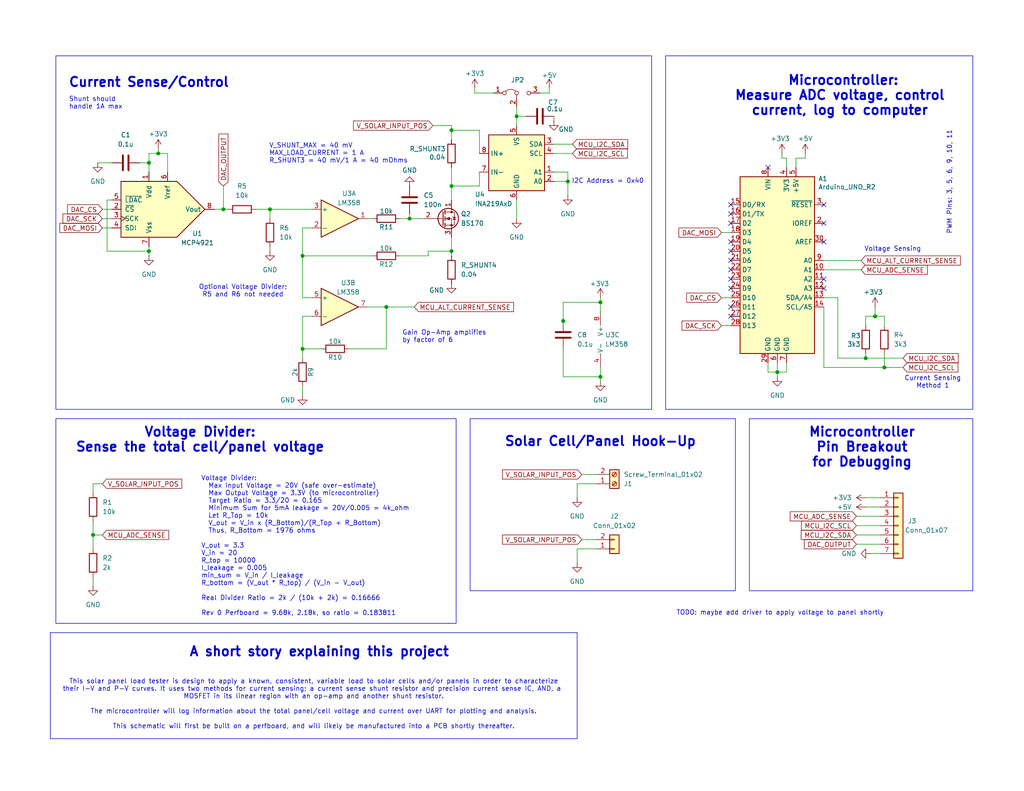
<source format=kicad_sch>
(kicad_sch (version 20231120) (generator "eeschema") (generator_version "8.0")
  (paper "USLetter")
  (lib_symbols
    (symbol "Amplifier_Operational:LM358" (pin_names (offset 0.127))
      (property "Reference" "U" (at 0 5.08 0))
      (property "Value" "LM358" (at 0 -5.08 0))
      (symbol "LM358_1_1"
        (polyline (pts (xy -5.08 5.08) (xy 5.08 0) (xy -5.08 -5.08) (xy -5.08 5.08)) (stroke (width 0.254)) (fill (type background)))
        (pin output line (at 7.62 0 180) (length 2.54) (name "~") (number "1"))
        (pin input line (at -7.62 -2.54 0) (length 2.54) (name "-") (number "2"))
        (pin input line (at -7.62 2.54 0) (length 2.54) (name "+") (number "3"))
      )
      (symbol "LM358_2_1"
        (polyline (pts (xy -5.08 5.08) (xy 5.08 0) (xy -5.08 -5.08) (xy -5.08 5.08)) (stroke (width 0.254)) (fill (type background)))
        (pin input line (at -7.62 2.54 0) (length 2.54) (name "+") (number "5"))
        (pin input line (at -7.62 -2.54 0) (length 2.54) (name "-") (number "6"))
        (pin output line (at 7.62 0 180) (length 2.54) (name "~") (number "7"))
      )
      (symbol "LM358_3_1"
        (pin power_in line (at -2.54 -7.62 90) (length 3.81) (name "V-") (number "4"))
        (pin power_in line (at -2.54 7.62 270) (length 3.81) (name "V+") (number "8"))
      )
    )
    (symbol "Analog_DAC:MCP4921" (pin_names (offset 1.016))
      (property "Reference" "U" (at 6.35 10.795 0))
      (property "Value" "MCP4921" (at 6.35 8.89 0))
      (symbol "MCP4921_0_0"
        (polyline (pts (xy 15.24 0) (xy 7.62 7.62) (xy -7.62 7.62) (xy -7.62 -7.62) (xy 7.62 -7.62) (xy 15.24 0)) (stroke (width 0.254)) (fill (type background)))
      )
      (symbol "MCP4921_1_1"
        (pin power_in line (at 0 10.16 270) (length 2.54) (name "Vdd") (number "1"))
        (pin input line (at -10.16 0 0) (length 2.54) (name "~{CS}") (number "2"))
        (pin input clock (at -10.16 -2.54 0) (length 2.54) (name "SCK") (number "3"))
        (pin input line (at -10.16 -5.08 0) (length 2.54) (name "SDI") (number "4"))
        (pin input line (at -10.16 2.54 0) (length 2.54) (name "~{LDAC}") (number "5"))
        (pin power_in line (at 5.08 10.16 270) (length 2.54) (name "Vref") (number "6"))
        (pin power_in line (at 0 -10.16 90) (length 2.54) (name "Vss") (number "7"))
        (pin output line (at 17.78 0 180) (length 2.54) (name "Vout") (number "8"))
      )
    )
    (symbol "Connector:Screw_Terminal_01x02" (pin_names (offset 1.016) hide)
      (property "Reference" "J" (at 0 2.54 0))
      (property "Value" "Screw_Terminal_01x02" (at 0 -5.08 0))
      (symbol "Screw_Terminal_01x02_1_1"
        (rectangle (start -1.27 1.27) (end 1.27 -3.81) (stroke (width 0.254)) (fill (type background)))
        (circle (center 0 -2.54) (radius 0.635) (stroke (width 0.1524)))
        (polyline (pts (xy -0.5334 -2.2098) (xy 0.3302 -3.048)) (stroke (width 0.1524)))
        (polyline (pts (xy -0.5334 0.3302) (xy 0.3302 -0.508)) (stroke (width 0.1524)))
        (polyline (pts (xy -0.3556 -2.032) (xy 0.508 -2.8702)) (stroke (width 0.1524)))
        (polyline (pts (xy -0.3556 0.508) (xy 0.508 -0.3302)) (stroke (width 0.1524)))
        (circle (center 0 0) (radius 0.635) (stroke (width 0.1524)))
        (pin passive line (at -5.08 0 0) (length 3.81) (name "Pin_1") (number "1"))
        (pin passive line (at -5.08 -2.54 0) (length 3.81) (name "Pin_2") (number "2"))
      )
    )
    (symbol "Connector_Generic:Conn_01x02" (pin_names (offset 1.016) hide)
      (property "Reference" "J" (at 0 2.54 0))
      (property "Value" "Conn_01x02" (at 0 -5.08 0))
      (symbol "Conn_01x02_1_1"
        (rectangle (start -1.27 -2.413) (end 0 -2.667) (stroke (width 0.1524)))
        (rectangle (start -1.27 0.127) (end 0 -0.127) (stroke (width 0.1524)))
        (rectangle (start -1.27 1.27) (end 1.27 -3.81) (stroke (width 0.254)) (fill (type background)))
        (pin passive line (at -5.08 0 0) (length 3.81) (name "Pin_1") (number "1"))
        (pin passive line (at -5.08 -2.54 0) (length 3.81) (name "Pin_2") (number "2"))
      )
    )
    (symbol "Connector_Generic:Conn_01x07" (pin_names (offset 1.016) hide)
      (property "Reference" "J" (at 0 10.16 0))
      (property "Value" "Conn_01x07" (at 0 -10.16 0))
      (symbol "Conn_01x07_1_1"
        (rectangle (start -1.27 -7.493) (end 0 -7.747) (stroke (width 0.1524)))
        (rectangle (start -1.27 -4.953) (end 0 -5.207) (stroke (width 0.1524)))
        (rectangle (start -1.27 -2.413) (end 0 -2.667) (stroke (width 0.1524)))
        (rectangle (start -1.27 0.127) (end 0 -0.127) (stroke (width 0.1524)))
        (rectangle (start -1.27 2.667) (end 0 2.413) (stroke (width 0.1524)))
        (rectangle (start -1.27 5.207) (end 0 4.953) (stroke (width 0.1524)))
        (rectangle (start -1.27 7.747) (end 0 7.493) (stroke (width 0.1524)))
        (rectangle (start -1.27 8.89) (end 1.27 -8.89) (stroke (width 0.254)) (fill (type background)))
        (pin passive line (at -5.08 7.62 0) (length 3.81) (name "Pin_1") (number "1"))
        (pin passive line (at -5.08 5.08 0) (length 3.81) (name "Pin_2") (number "2"))
        (pin passive line (at -5.08 2.54 0) (length 3.81) (name "Pin_3") (number "3"))
        (pin passive line (at -5.08 0 0) (length 3.81) (name "Pin_4") (number "4"))
        (pin passive line (at -5.08 -2.54 0) (length 3.81) (name "Pin_5") (number "5"))
        (pin passive line (at -5.08 -5.08 0) (length 3.81) (name "Pin_6") (number "6"))
        (pin passive line (at -5.08 -7.62 0) (length 3.81) (name "Pin_7") (number "7"))
      )
    )
    (symbol "Device:C" (pin_numbers hide) (pin_names (offset 0.254))
      (property "Reference" "C" (at 0.635 2.54 0))
      (property "Value" "C" (at 0.635 -2.54 0))
      (symbol "C_0_1"
        (polyline (pts (xy -2.032 -0.762) (xy 2.032 -0.762)) (stroke (width 0.508)))
        (polyline (pts (xy -2.032 0.762) (xy 2.032 0.762)) (stroke (width 0.508)))
      )
      (symbol "C_1_1"
        (pin passive line (at 0 3.81 270) (length 2.794) (name "~") (number "1"))
        (pin passive line (at 0 -3.81 90) (length 2.794) (name "~") (number "2"))
      )
    )
    (symbol "Device:R" (pin_numbers hide) (pin_names (offset 0))
      (property "Reference" "R" (at 2.032 0 90))
      (property "Value" "R" (at 0 0 90))
      (symbol "R_0_1"
        (rectangle (start -1.016 -2.54) (end 1.016 2.54) (stroke (width 0.254)))
      )
      (symbol "R_1_1"
        (pin passive line (at 0 3.81 270) (length 1.27) (name "~") (number "1"))
        (pin passive line (at 0 -3.81 90) (length 1.27) (name "~") (number "2"))
      )
    )
    (symbol "Jumper:Jumper_3_Bridged12" (pin_names (offset 0) hide)
      (property "Reference" "JP" (at -2.54 -2.54 0))
      (property "Value" "Jumper_3_Bridged12" (at 0 2.794 0))
      (symbol "Jumper_3_Bridged12_0_0"
        (circle (center -3.302 0) (radius 0.508))
        (circle (center 0 0) (radius 0.508))
        (circle (center 3.302 0) (radius 0.508))
      )
      (symbol "Jumper_3_Bridged12_0_1"
        (arc (start -0.254 0.508) (mid -1.651 0.9912) (end -3.048 0.508))
        (polyline (pts (xy 0 -1.27) (xy 0 -0.508)))
      )
      (symbol "Jumper_3_Bridged12_1_1"
        (pin passive line (at -6.35 0 0) (length 2.54) (name "A") (number "1"))
        (pin passive line (at 0 -3.81 90) (length 2.54) (name "C") (number "2"))
        (pin passive line (at 6.35 0 180) (length 2.54) (name "B") (number "3"))
      )
    )
    (symbol "MCU_Module:Arduino_UNO_R2"
      (property "Reference" "A" (at -10.16 23.495 0))
      (property "Value" "Arduino_UNO_R2" (at 5.08 -26.67 0))
      (symbol "Arduino_UNO_R2_0_1"
        (rectangle (start -10.16 22.86) (end 10.16 -25.4) (stroke (width 0.254)) (fill (type background)))
      )
      (symbol "Arduino_UNO_R2_1_1"
        (pin no_connect line (at -10.16 -20.32 0) (length 2.54) hide (name "NC") (number "1"))
        (pin bidirectional line (at 12.7 -2.54 180) (length 2.54) (name "A1") (number "10"))
        (pin bidirectional line (at 12.7 -5.08 180) (length 2.54) (name "A2") (number "11"))
        (pin bidirectional line (at 12.7 -7.62 180) (length 2.54) (name "A3") (number "12"))
        (pin bidirectional line (at 12.7 -10.16 180) (length 2.54) (name "SDA/A4") (number "13"))
        (pin bidirectional line (at 12.7 -12.7 180) (length 2.54) (name "SCL/A5") (number "14"))
        (pin bidirectional line (at -12.7 15.24 0) (length 2.54) (name "D0/RX") (number "15"))
        (pin bidirectional line (at -12.7 12.7 0) (length 2.54) (name "D1/TX") (number "16"))
        (pin bidirectional line (at -12.7 10.16 0) (length 2.54) (name "D2") (number "17"))
        (pin bidirectional line (at -12.7 7.62 0) (length 2.54) (name "D3") (number "18"))
        (pin bidirectional line (at -12.7 5.08 0) (length 2.54) (name "D4") (number "19"))
        (pin output line (at 12.7 10.16 180) (length 2.54) (name "IOREF") (number "2"))
        (pin bidirectional line (at -12.7 2.54 0) (length 2.54) (name "D5") (number "20"))
        (pin bidirectional line (at -12.7 0 0) (length 2.54) (name "D6") (number "21"))
        (pin bidirectional line (at -12.7 -2.54 0) (length 2.54) (name "D7") (number "22"))
        (pin bidirectional line (at -12.7 -5.08 0) (length 2.54) (name "D8") (number "23"))
        (pin bidirectional line (at -12.7 -7.62 0) (length 2.54) (name "D9") (number "24"))
        (pin bidirectional line (at -12.7 -10.16 0) (length 2.54) (name "D10") (number "25"))
        (pin bidirectional line (at -12.7 -12.7 0) (length 2.54) (name "D11") (number "26"))
        (pin bidirectional line (at -12.7 -15.24 0) (length 2.54) (name "D12") (number "27"))
        (pin bidirectional line (at -12.7 -17.78 0) (length 2.54) (name "D13") (number "28"))
        (pin power_in line (at -2.54 -27.94 90) (length 2.54) (name "GND") (number "29"))
        (pin input line (at 12.7 15.24 180) (length 2.54) (name "~{RESET}") (number "3"))
        (pin input line (at 12.7 5.08 180) (length 2.54) (name "AREF") (number "30"))
        (pin power_out line (at 2.54 25.4 270) (length 2.54) (name "3V3") (number "4"))
        (pin power_out line (at 5.08 25.4 270) (length 2.54) (name "+5V") (number "5"))
        (pin power_in line (at 0 -27.94 90) (length 2.54) (name "GND") (number "6"))
        (pin power_in line (at 2.54 -27.94 90) (length 2.54) (name "GND") (number "7"))
        (pin power_in line (at -2.54 25.4 270) (length 2.54) (name "VIN") (number "8"))
        (pin bidirectional line (at 12.7 0 180) (length 2.54) (name "A0") (number "9"))
      )
    )
    (symbol "Sensor_Energy:INA219AxD"
      (property "Reference" "U" (at -6.35 8.89 0))
      (property "Value" "INA219AxD" (at 5.08 8.89 0))
      (symbol "INA219AxD_0_1"
        (rectangle (start -7.62 7.62) (end 7.62 -7.62) (stroke (width 0.254)) (fill (type background)))
      )
      (symbol "INA219AxD_1_1"
        (pin input line (at 10.16 -2.54 180) (length 2.54) (name "A1") (number "1"))
        (pin input line (at 10.16 -5.08 180) (length 2.54) (name "A0") (number "2"))
        (pin bidirectional line (at 10.16 5.08 180) (length 2.54) (name "SDA") (number "3"))
        (pin input line (at 10.16 2.54 180) (length 2.54) (name "SCL") (number "4"))
        (pin power_in line (at 0 10.16 270) (length 2.54) (name "VS") (number "5"))
        (pin power_in line (at 0 -10.16 90) (length 2.54) (name "GND") (number "6"))
        (pin input line (at -10.16 -2.54 0) (length 2.54) (name "IN-") (number "7"))
        (pin input line (at -10.16 2.54 0) (length 2.54) (name "IN+") (number "8"))
      )
    )
    (symbol "Transistor_FET:BS170" (pin_names hide)
      (property "Reference" "Q" (at 5.08 1.905 0))
      (property "Value" "BS170" (at 5.08 0 0))
      (symbol "BS170_0_1"
        (polyline (pts (xy 0.254 0) (xy -2.54 0)))
        (polyline (pts (xy 0.254 1.905) (xy 0.254 -1.905)) (stroke (width 0.254)))
        (polyline (pts (xy 0.762 -1.27) (xy 0.762 -2.286)) (stroke (width 0.254)))
        (polyline (pts (xy 0.762 0.508) (xy 0.762 -0.508)) (stroke (width 0.254)))
        (polyline (pts (xy 0.762 2.286) (xy 0.762 1.27)) (stroke (width 0.254)))
        (polyline (pts (xy 2.54 2.54) (xy 2.54 1.778)))
        (polyline (pts (xy 2.54 -2.54) (xy 2.54 0) (xy 0.762 0)))
        (polyline (pts (xy 0.762 -1.778) (xy 3.302 -1.778) (xy 3.302 1.778) (xy 0.762 1.778)))
        (polyline (pts (xy 1.016 0) (xy 2.032 0.381) (xy 2.032 -0.381) (xy 1.016 0)) (fill (type outline)))
        (polyline (pts (xy 2.794 0.508) (xy 2.921 0.381) (xy 3.683 0.381) (xy 3.81 0.254)))
        (polyline (pts (xy 3.302 0.381) (xy 2.921 -0.254) (xy 3.683 -0.254) (xy 3.302 0.381)))
        (circle (center 1.651 0) (radius 2.794) (stroke (width 0.254)))
        (circle (center 2.54 -1.778) (radius 0.254) (fill (type outline)))
        (circle (center 2.54 1.778) (radius 0.254) (fill (type outline)))
      )
      (symbol "BS170_1_1"
        (pin passive line (at 2.54 5.08 270) (length 2.54) (name "D") (number "1"))
        (pin input line (at -5.08 0 0) (length 2.54) (name "G") (number "2"))
        (pin passive line (at 2.54 -5.08 90) (length 2.54) (name "S") (number "3"))
      )
    )
    (symbol "power:+3V3" (power) (pin_numbers hide) (pin_names (offset 0) hide)
      (property "Value" "+3V3" (at 0 3.556 0))
      (symbol "+3V3_0_1"
        (polyline (pts (xy -0.762 1.27) (xy 0 2.54)))
        (polyline (pts (xy 0 0) (xy 0 2.54)))
        (polyline (pts (xy 0 2.54) (xy 0.762 1.27)))
      )
      (symbol "+3V3_1_1"
        (pin power_in line (at 0 0 90) (length 0) (name "~") (number "1"))
      )
    )
    (symbol "power:+5V" (power) (pin_numbers hide) (pin_names (offset 0) hide)
      (property "Value" "+5V" (at 0 3.556 0))
      (symbol "+5V_0_1"
        (polyline (pts (xy -0.762 1.27) (xy 0 2.54)))
        (polyline (pts (xy 0 0) (xy 0 2.54)))
        (polyline (pts (xy 0 2.54) (xy 0.762 1.27)))
      )
      (symbol "+5V_1_1"
        (pin power_in line (at 0 0 90) (length 0) (name "~") (number "1"))
      )
    )
    (symbol "power:GND" (power) (pin_numbers hide) (pin_names (offset 0) hide)
      (property "Value" "GND" (at 0 -3.81 0))
      (symbol "GND_0_1"
        (polyline (pts (xy 0 0) (xy 0 -1.27) (xy 1.27 -1.27) (xy 0 -2.54) (xy -1.27 -1.27) (xy 0 -1.27)))
      )
      (symbol "GND_1_1"
        (pin power_in line (at 0 0 270) (length 0) (name "~") (number "1"))
      )
    )
  )
  (junction (at 105.41 83.82))
  (junction (at 236.22 97.79))
  (junction (at 111.76 59.69))
  (junction (at 123.19 68.58))
  (junction (at 40.64 68.58))
  (junction (at 140.97 31.75))
  (junction (at 73.66 57.15))
  (junction (at 212.09 101.6))
  (junction (at 123.19 50.8))
  (junction (at 82.55 95.25))
  (junction (at 123.19 35.56))
  (junction (at 238.76 86.36))
  (junction (at 40.64 44.45))
  (junction (at 25.4 146.05))
  (junction (at 153.67 87.63))
  (junction (at 163.83 102.87))
  (junction (at 154.94 49.53))
  (junction (at 241.3 100.33))
  (junction (at 43.18 41.91))
  (junction (at 60.96 57.15))
  (junction (at 163.83 82.55))
  (junction (at 82.55 69.85))
  (no_connect (at 199.39 73.66))
  (no_connect (at 199.39 83.82))
  (no_connect (at 224.79 76.2))
  (no_connect (at 199.39 55.88))
  (no_connect (at 199.39 58.42))
  (no_connect (at 199.39 68.58))
  (no_connect (at 199.39 71.12))
  (no_connect (at 199.39 78.74))
  (no_connect (at 224.79 66.04))
  (no_connect (at 209.55 45.72))
  (no_connect (at 199.39 86.36))
  (no_connect (at 224.79 78.74))
  (no_connect (at 224.79 55.88))
  (no_connect (at 199.39 76.2))
  (no_connect (at 199.39 66.04))
  (no_connect (at 224.79 60.96))
  (no_connect (at 199.39 60.96))
  (wire (pts (xy 95.25 95.25) (xy 105.41 95.25)))
  (wire (pts (xy 30.48 54.61) (xy 29.21 54.61)))
  (wire (pts (xy 151.13 39.37) (xy 156.21 39.37)))
  (wire (pts (xy 40.64 41.91) (xy 43.18 41.91)))
  (wire (pts (xy 163.83 81.28) (xy 163.83 82.55)))
  (wire (pts (xy 129.54 25.4) (xy 134.62 25.4)))
  (wire (pts (xy 82.55 62.23) (xy 85.09 62.23)))
  (wire (pts (xy 154.94 49.53) (xy 154.94 53.34)))
  (wire (pts (xy 123.19 68.58) (xy 123.19 69.85)))
  (wire (pts (xy 123.19 64.77) (xy 123.19 68.58)))
  (wire (pts (xy 151.13 49.53) (xy 154.94 49.53)))
  (wire (pts (xy 224.79 73.66) (xy 234.95 73.66)))
  (wire (pts (xy 82.55 95.25) (xy 82.55 97.79)))
  (wire (pts (xy 40.64 41.91) (xy 40.64 44.45)))
  (wire (pts (xy 236.22 138.43) (xy 240.03 138.43)))
  (wire (pts (xy 213.36 43.18) (xy 214.63 43.18)))
  (wire (pts (xy 233.68 140.97) (xy 240.03 140.97)))
  (wire (pts (xy 129.54 24.13) (xy 129.54 25.4)))
  (wire (pts (xy 130.81 46.99) (xy 130.81 50.8)))
  (wire (pts (xy 45.72 41.91) (xy 45.72 46.99)))
  (wire (pts (xy 236.22 96.52) (xy 236.22 97.79)))
  (wire (pts (xy 212.09 99.06) (xy 212.09 101.6)))
  (wire (pts (xy 158.75 147.32) (xy 162.56 147.32)))
  (wire (pts (xy 153.67 82.55) (xy 163.83 82.55)))
  (wire (pts (xy 85.09 81.28) (xy 82.55 81.28)))
  (wire (pts (xy 43.18 40.64) (xy 43.18 41.91)))
  (wire (pts (xy 69.85 57.15) (xy 73.66 57.15)))
  (wire (pts (xy 116.84 69.85) (xy 116.84 68.58)))
  (wire (pts (xy 237.49 151.13) (xy 240.03 151.13)))
  (wire (pts (xy 238.76 86.36) (xy 241.3 86.36)))
  (wire (pts (xy 25.4 157.48) (xy 25.4 160.02)))
  (wire (pts (xy 82.55 95.25) (xy 87.63 95.25)))
  (wire (pts (xy 73.66 57.15) (xy 73.66 59.69)))
  (wire (pts (xy 82.55 69.85) (xy 82.55 62.23)))
  (wire (pts (xy 157.48 149.86) (xy 157.48 153.67)))
  (wire (pts (xy 213.36 41.91) (xy 213.36 43.18)))
  (wire (pts (xy 73.66 67.31) (xy 73.66 68.58)))
  (wire (pts (xy 111.76 59.69) (xy 115.57 59.69)))
  (wire (pts (xy 140.97 29.21) (xy 140.97 31.75)))
  (wire (pts (xy 196.85 81.28) (xy 199.39 81.28)))
  (wire (pts (xy 123.19 35.56) (xy 130.81 35.56)))
  (wire (pts (xy 82.55 86.36) (xy 82.55 95.25)))
  (wire (pts (xy 209.55 101.6) (xy 212.09 101.6)))
  (wire (pts (xy 25.4 134.62) (xy 25.4 132.08)))
  (wire (pts (xy 123.19 35.56) (xy 123.19 38.1)))
  (wire (pts (xy 224.79 100.33) (xy 241.3 100.33)))
  (wire (pts (xy 228.6 81.28) (xy 228.6 97.79)))
  (wire (pts (xy 73.66 57.15) (xy 85.09 57.15)))
  (wire (pts (xy 45.72 41.91) (xy 43.18 41.91)))
  (wire (pts (xy 151.13 46.99) (xy 154.94 46.99)))
  (wire (pts (xy 60.96 57.15) (xy 62.23 57.15)))
  (wire (pts (xy 130.81 41.91) (xy 130.81 35.56)))
  (wire (pts (xy 214.63 43.18) (xy 214.63 45.72)))
  (wire (pts (xy 140.97 54.61) (xy 140.97 59.69)))
  (wire (pts (xy 40.64 67.31) (xy 40.64 68.58)))
  (wire (pts (xy 29.21 54.61) (xy 29.21 68.58)))
  (wire (pts (xy 217.17 43.18) (xy 219.71 43.18)))
  (wire (pts (xy 241.3 86.36) (xy 241.3 88.9)))
  (wire (pts (xy 241.3 96.52) (xy 241.3 100.33)))
  (wire (pts (xy 118.11 34.29) (xy 123.19 34.29)))
  (wire (pts (xy 224.79 71.12) (xy 234.95 71.12)))
  (wire (pts (xy 140.97 31.75) (xy 143.51 31.75)))
  (wire (pts (xy 224.79 83.82) (xy 224.79 100.33)))
  (wire (pts (xy 212.09 101.6) (xy 214.63 101.6)))
  (wire (pts (xy 157.48 132.08) (xy 157.48 135.89)))
  (wire (pts (xy 236.22 88.9) (xy 236.22 86.36)))
  (wire (pts (xy 233.68 148.59) (xy 240.03 148.59)))
  (wire (pts (xy 163.83 100.33) (xy 163.83 102.87)))
  (wire (pts (xy 123.19 50.8) (xy 130.81 50.8)))
  (wire (pts (xy 163.83 82.55) (xy 163.83 85.09)))
  (wire (pts (xy 26.67 44.45) (xy 30.48 44.45)))
  (wire (pts (xy 241.3 100.33) (xy 246.38 100.33)))
  (wire (pts (xy 100.33 59.69) (xy 101.6 59.69)))
  (wire (pts (xy 209.55 99.06) (xy 209.55 101.6)))
  (wire (pts (xy 85.09 86.36) (xy 82.55 86.36)))
  (wire (pts (xy 101.6 69.85) (xy 82.55 69.85)))
  (wire (pts (xy 27.94 59.69) (xy 30.48 59.69)))
  (wire (pts (xy 82.55 81.28) (xy 82.55 69.85)))
  (wire (pts (xy 109.22 69.85) (xy 116.84 69.85)))
  (wire (pts (xy 219.71 43.18) (xy 219.71 41.91)))
  (wire (pts (xy 154.94 46.99) (xy 154.94 49.53)))
  (wire (pts (xy 153.67 102.87) (xy 163.83 102.87)))
  (wire (pts (xy 212.09 102.87) (xy 212.09 101.6)))
  (wire (pts (xy 60.96 50.8) (xy 60.96 57.15)))
  (wire (pts (xy 162.56 149.86) (xy 157.48 149.86)))
  (wire (pts (xy 123.19 34.29) (xy 123.19 35.56)))
  (wire (pts (xy 109.22 59.69) (xy 111.76 59.69)))
  (wire (pts (xy 236.22 135.89) (xy 240.03 135.89)))
  (wire (pts (xy 27.94 62.23) (xy 30.48 62.23)))
  (wire (pts (xy 82.55 105.41) (xy 82.55 107.95)))
  (wire (pts (xy 153.67 95.25) (xy 153.67 102.87)))
  (wire (pts (xy 40.64 68.58) (xy 40.64 69.85)))
  (wire (pts (xy 162.56 132.08) (xy 157.48 132.08)))
  (wire (pts (xy 58.42 57.15) (xy 60.96 57.15)))
  (wire (pts (xy 29.21 68.58) (xy 40.64 68.58)))
  (wire (pts (xy 40.64 44.45) (xy 40.64 46.99)))
  (wire (pts (xy 25.4 146.05) (xy 25.4 149.86)))
  (wire (pts (xy 224.79 81.28) (xy 228.6 81.28)))
  (wire (pts (xy 228.6 97.79) (xy 236.22 97.79)))
  (wire (pts (xy 196.85 63.5) (xy 199.39 63.5)))
  (wire (pts (xy 151.13 41.91) (xy 156.21 41.91)))
  (wire (pts (xy 25.4 142.24) (xy 25.4 146.05)))
  (wire (pts (xy 116.84 68.58) (xy 123.19 68.58)))
  (wire (pts (xy 105.41 95.25) (xy 105.41 83.82)))
  (wire (pts (xy 236.22 97.79) (xy 246.38 97.79)))
  (wire (pts (xy 27.94 57.15) (xy 30.48 57.15)))
  (wire (pts (xy 111.76 58.42) (xy 111.76 59.69)))
  (wire (pts (xy 147.32 25.4) (xy 149.86 25.4)))
  (wire (pts (xy 140.97 31.75) (xy 140.97 34.29)))
  (wire (pts (xy 153.67 87.63) (xy 153.67 82.55)))
  (wire (pts (xy 27.94 132.08) (xy 25.4 132.08)))
  (wire (pts (xy 151.13 31.75) (xy 151.13 33.02)))
  (wire (pts (xy 214.63 101.6) (xy 214.63 99.06)))
  (wire (pts (xy 217.17 45.72) (xy 217.17 43.18)))
  (wire (pts (xy 158.75 129.54) (xy 162.56 129.54)))
  (wire (pts (xy 163.83 102.87) (xy 163.83 104.14)))
  (wire (pts (xy 233.68 146.05) (xy 240.03 146.05)))
  (wire (pts (xy 238.76 83.82) (xy 238.76 86.36)))
  (wire (pts (xy 149.86 24.13) (xy 149.86 25.4)))
  (wire (pts (xy 233.68 143.51) (xy 240.03 143.51)))
  (wire (pts (xy 153.67 88.9) (xy 153.67 87.63)))
  (wire (pts (xy 105.41 83.82) (xy 100.33 83.82)))
  (wire (pts (xy 236.22 86.36) (xy 238.76 86.36)))
  (wire (pts (xy 25.4 146.05) (xy 27.94 146.05)))
  (wire (pts (xy 196.85 88.9) (xy 199.39 88.9)))
  (wire (pts (xy 105.41 83.82) (xy 113.03 83.82)))
  (wire (pts (xy 123.19 45.72) (xy 123.19 50.8)))
  (wire (pts (xy 38.1 44.45) (xy 40.64 44.45)))
  (wire (pts (xy 123.19 50.8) (xy 123.19 54.61)))
  (rectangle (start 15.24 114.3) (end 124.46 170.18))
  (rectangle (start 128.27 114.3) (end 200.66 161.29))
  (rectangle (start 204.47 114.3) (end 265.43 161.29))
  (rectangle (start 15.24 15.24) (end 177.8 111.76))
  (rectangle (start 13.716 172.72) (end 157.48 201.676))
  (rectangle (start 181.61 15.24) (end 265.43 111.76))
  (text "Optional Voltage Divider;\nR5 and R6 not needed" (at 66.294 79.502 0) (effects (font (size 1.27 1.27))))
  (text "A short story explaining this project" (at 87.122 178.054 0) (effects (font (size 2.54 2.54) (bold yes))))
  (text "I2C Address = 0x40" (at 165.862 49.53 0) (effects (font (size 1.27 1.27))))
  (text "Microcontroller\nPin Breakout\nfor Debugging" (at 235.204 122.174 0) (effects (font (size 2.54 2.54) (thickness 0.508) (bold yes))))
  (text "Current Sense/Control" (at 40.64 22.606 0) (effects (font (size 2.54 2.54) (bold yes))))
  (text "Current Sensing\nMethod 1" (at 254.508 104.394 0) (effects (font (size 1.27 1.27))))
  (text "TODO: maybe add driver to apply voltage to panel shortly" (at 212.852 167.386 0) (effects (font (size 1.27 1.27))))
  (text "Microcontroller:\nMeasure ADC voltage, control \ncurrent, log to computer " (at 230.124 26.162 0) (effects (font (size 2.54 2.54) (thickness 0.508) (bold yes))))
  (text "Voltage Divider:\nSense the total cell/panel voltage" (at 54.61 120.142 0) (effects (font (size 2.54 2.54) (thickness 0.508) (bold yes))))
  (text "Shunt should\nhandle 1A max" (at 18.796 28.194 0) (effects (font (size 1.27 1.27)) (justify left)))
  (text "PWM Pins: 3, 5, 6, 9, 10, 11" (at 259.08 49.784 90) (effects (font (size 1.27 1.27))))
  (text "Voltage Sensing\n" (at 243.586 68.072 0) (effects (font (size 1.27 1.27))))
  (text "V_SHUNT_MAX = 40 mV \nMAX_LOAD_CURRENT = 1 A\nR_SHUNT3 = 40 mV/1 A = 40 mOhms" (at 73.406 41.91 0) (effects (font (size 1.27 1.27)) (justify left)))
  (text "Gain Op-Amp amplifies \nby factor of 6 \n" (at 109.728 91.948 0) (effects (font (size 1.27 1.27)) (justify left)))
  (text "Voltage Divider:\n  Max Input Voltage = 20V (safe over-estimate)\n  Max Output Voltage = 3.3V (to microcontroller)\n  Target Ratio = 3.3/20 = 0.165\n  Minimum Sum for 5mA leakage = 20V/0.005 = 4k_ohm\n  Let R_Top = 10k\n  V_out = V_in x (R_Bottom)/(R_Top + R_Bottom)\n  Thus, R_Bottom = 1976 ohms\n\nV_out = 3.3\nV_in = 20\nR_top = 10000\nI_leakage = 0.005\nmin_sum = V_in / I_leakage\nR_bottom = (V_out * R_top) / (V_in - V_out)\n\nReal Divider Ratio = 2k / (10k + 2k) = 0.16666\n\nRev 0 Perfboard = 9.68k, 2.18k, so ratio = 0.183811" (at 54.864 149.098 0) (effects (font (size 1.27 1.27)) (justify left)))
  (text "Solar Cell/Panel Hook-Up" (at 163.83 120.65 0) (effects (font (size 2.54 2.54) (bold yes))))
  (text "This solar panel load tester is design to apply a known, consistent, variable load to solar cells and/or panels in order to characterize\ntheir I-V and P-V curves. It uses two methods for current sensing; a current sense shunt resistor and precision current sense IC, AND, a \nMOSFET in its linear region with an op-amp and another shunt resistor.\n\nThe microcontroller will log information about the total panel/cell voltage and current over UART for plotting and analysis.\n\nThis schematic will first be built on a perfboard, and will likely be manufactured into a PCB shortly thereafter." (at 85.598 192.278 0) (effects (font (size 1.27 1.27))))
  (global_label "V_SOLAR_INPUT_POS" (shape input) (at 158.75 147.32 180) (property "Intersheetrefs" "${INTERSHEET_REFS}" (effects (hide yes))))
  (global_label "DAC_CS" (shape input) (at 27.94 57.15 180) (property "Intersheetrefs" "${INTERSHEET_REFS}" (effects (hide yes))))
  (global_label "MCU_I2C_SDA" (shape input) (at 156.21 39.37 0) (property "Intersheetrefs" "${INTERSHEET_REFS}" (effects (hide yes))))
  (global_label "MCU_I2C_SCL" (shape input) (at 156.21 41.91 0) (property "Intersheetrefs" "${INTERSHEET_REFS}" (effects (hide yes))))
  (global_label "MCU_ADC_SENSE" (shape input) (at 234.95 73.66 0) (property "Intersheetrefs" "${INTERSHEET_REFS}" (effects (hide yes))))
  (global_label "DAC_OUTPUT" (shape input) (at 233.68 148.59 180) (property "Intersheetrefs" "${INTERSHEET_REFS}" (effects (hide yes))))
  (global_label "DAC_SCK" (shape input) (at 27.94 59.69 180) (property "Intersheetrefs" "${INTERSHEET_REFS}" (effects (hide yes))))
  (global_label "V_SOLAR_INPUT_POS" (shape input) (at 118.11 34.29 180) (property "Intersheetrefs" "${INTERSHEET_REFS}" (effects (hide yes))))
  (global_label "MCU_ALT_CURRENT_SENSE" (shape input) (at 113.03 83.82 0) (property "Intersheetrefs" "${INTERSHEET_REFS}" (effects (hide yes))))
  (global_label "DAC_SCK" (shape input) (at 196.85 88.9 180) (property "Intersheetrefs" "${INTERSHEET_REFS}" (effects (hide yes))))
  (global_label "MCU_ADC_SENSE" (shape input) (at 233.68 140.97 180) (property "Intersheetrefs" "${INTERSHEET_REFS}" (effects (hide yes))))
  (global_label "MCU_I2C_SCL" (shape input) (at 246.38 100.33 0) (property "Intersheetrefs" "${INTERSHEET_REFS}" (effects (hide yes))))
  (global_label "MCU_ADC_SENSE" (shape input) (at 27.94 146.05 0) (property "Intersheetrefs" "${INTERSHEET_REFS}" (effects (hide yes))))
  (global_label "MCU_I2C_SCL" (shape input) (at 233.68 143.51 180) (property "Intersheetrefs" "${INTERSHEET_REFS}" (effects (hide yes))))
  (global_label "V_SOLAR_INPUT_POS" (shape input) (at 27.94 132.08 0) (property "Intersheetrefs" "${INTERSHEET_REFS}" (effects (hide yes))))
  (global_label "MCU_I2C_SDA" (shape input) (at 233.68 146.05 180) (property "Intersheetrefs" "${INTERSHEET_REFS}" (effects (hide yes))))
  (global_label "MCU_I2C_SDA" (shape input) (at 246.38 97.79 0) (property "Intersheetrefs" "${INTERSHEET_REFS}" (effects (hide yes))))
  (global_label "DAC_CS" (shape input) (at 196.85 81.28 180) (property "Intersheetrefs" "${INTERSHEET_REFS}" (effects (hide yes))))
  (global_label "DAC_OUTPUT" (shape input) (at 60.96 50.8 90) (property "Intersheetrefs" "${INTERSHEET_REFS}" (effects (hide yes))))
  (global_label "DAC_MOSI" (shape input) (at 27.94 62.23 180) (property "Intersheetrefs" "${INTERSHEET_REFS}" (effects (hide yes))))
  (global_label "DAC_MOSI" (shape input) (at 196.85 63.5 180) (property "Intersheetrefs" "${INTERSHEET_REFS}" (effects (hide yes))))
  (global_label "V_SOLAR_INPUT_POS" (shape input) (at 158.75 129.54 180) (property "Intersheetrefs" "${INTERSHEET_REFS}" (effects (hide yes))))
  (global_label "MCU_ALT_CURRENT_SENSE" (shape input) (at 234.95 71.12 0) (property "Intersheetrefs" "${INTERSHEET_REFS}" (effects (hide yes))))
  (symbol (lib_id "Connector:Screw_Terminal_01x02") (at 167.64 132.08 0) (mirror x) (unit 1)
    (property "Reference" "J1" (at 170.18 132.0801 0) (effects (justify left)))
    (property "Value" "Screw_Terminal_01x02" (at 170.18 129.5401 0) (effects (justify left)))
    (property "Footprint" "TerminalBlock:TerminalBlock_bornier-2_P5.08mm" (effects (hide yes)))
    (property "Description" "Generic screw terminal, single row, 01x02, script generated (kicad-library-utils/schlib/autogen/connector/)" (effects (hide yes)))
  )
  (symbol (lib_id "power:+5V") (at 236.22 138.43 90) (unit 1)
    (property "Reference" "#PWR02" (effects (hide yes)))
    (property "Value" "+5V" (at 232.41 138.4299 90) (effects (justify left)))
    (property "Description" "Power symbol creates a global label with name \"+5V\"" (effects (hide yes)))
  )
  (symbol (lib_id "Amplifier_Operational:LM358") (at 92.71 59.69 0) (unit 1)
    (property "Reference" "U3" (at 95.25 52.832 0))
    (property "Value" "LM358" (at 95.25 55.372 0))
    (property "Footprint" "Package_DIP:DIP-8_W7.62mm_LongPads" (effects (hide yes)))
    (property "Datasheet" "http://www.ti.com/lit/ds/symlink/lm2904-n.pdf" (effects (hide yes)))
    (property "Description" "Low-Power, Dual Operational Amplifiers, DIP-8/SOIC-8/TO-99-8" (effects (hide yes)))
    (property "LCSC" "C18164495" (effects (hide yes)))
  )
  (symbol (lib_id "Device:C") (at 147.32 31.75 90) (unit 1)
    (property "Reference" "C7" (at 150.876 27.94 90))
    (property "Value" "0.1u" (at 151.384 29.718 90))
    (property "Footprint" "Capacitor_SMD:C_1206_3216Metric_Pad1.33x1.80mm_HandSolder" (effects (hide yes)))
    (property "Description" "Unpolarized capacitor" (effects (hide yes)))
  )
  (symbol (lib_id "Device:C") (at 111.76 54.61 0) (unit 1)
    (property "Reference" "C5" (at 115.57 53.3399 0) (effects (justify left)))
    (property "Value" "100n" (at 115.57 55.8799 0) (effects (justify left)))
    (property "Footprint" "Capacitor_SMD:C_1206_3216Metric_Pad1.33x1.80mm_HandSolder" (effects (hide yes)))
    (property "Description" "Unpolarized capacitor" (effects (hide yes)))
  )
  (symbol (lib_id "Sensor_Energy:INA219AxD") (at 140.97 44.45 0) (unit 1)
    (property "Reference" "U4" (at 129.54 53.086 0) (effects (justify left)))
    (property "Value" "INA219AxD" (at 129.54 55.626 0) (effects (justify left)))
    (property "Footprint" "Package_SO:SOIC-8_3.9x4.9mm_P1.27mm" (effects (hide yes)))
    (property "Datasheet" "http://www.ti.com/lit/ds/symlink/ina219.pdf" (effects (hide yes)))
    (property "Description" "Zero-Drift, Bidirectional Current/Power Monitor (0-26V) With I2C Interface, SOIC-8" (effects (hide yes)))
    (property "LCSC" "C2155799" (effects (hide yes)))
  )
  (symbol (lib_id "power:GND") (at 40.64 69.85 0) (unit 1)
    (property "Reference" "#PWR05" (effects (hide yes)))
    (property "Value" "GND" (at 40.64 74.93 0))
    (property "Description" "Power symbol creates a global label with name \"GND\" , ground" (effects (hide yes)))
  )
  (symbol (lib_id "power:GND") (at 25.4 160.02 0) (unit 1)
    (property "Reference" "#PWR01" (effects (hide yes)))
    (property "Value" "GND" (at 25.4 165.1 0))
    (property "Description" "Power symbol creates a global label with name \"GND\" , ground" (effects (hide yes)))
  )
  (symbol (lib_id "Device:C") (at 153.67 91.44 0) (unit 1)
    (property "Reference" "C8" (at 157.48 91.4399 0) (effects (justify left)))
    (property "Value" "0.1u" (at 157.48 93.9799 0) (effects (justify left)))
    (property "Footprint" "Capacitor_SMD:C_1206_3216Metric_Pad1.33x1.80mm_HandSolder" (effects (hide yes)))
    (property "Description" "Unpolarized capacitor" (effects (hide yes)))
  )
  (symbol (lib_id "Amplifier_Operational:LM358") (at 166.37 92.71 0) (unit 3)
    (property "Reference" "U3" (at 165.1 91.4399 0) (effects (justify left)))
    (property "Value" "LM358" (at 165.1 93.9799 0) (effects (justify left)))
    (property "Footprint" "Package_DIP:DIP-8_W7.62mm_LongPads" (effects (hide yes)))
    (property "Datasheet" "http://www.ti.com/lit/ds/symlink/lm2904-n.pdf" (effects (hide yes)))
    (property "Description" "Low-Power, Dual Operational Amplifiers, DIP-8/SOIC-8/TO-99-8" (effects (hide yes)))
    (property "LCSC" "C18164495" (effects (hide yes)))
  )
  (symbol (lib_id "power:+3V3") (at 129.54 24.13 0) (unit 1)
    (property "Reference" "#PWR025" (effects (hide yes)))
    (property "Value" "+3V3" (at 129.54 20.066 0))
    (property "Description" "Power symbol creates a global label with name \"+3V3\"" (effects (hide yes)))
  )
  (symbol (lib_id "power:GND") (at 157.48 135.89 0) (unit 1)
    (property "Reference" "#PWR03" (effects (hide yes)))
    (property "Value" "GND" (at 157.48 140.97 0))
    (property "Description" "Power symbol creates a global label with name \"GND\" , ground" (effects (hide yes)))
  )
  (symbol (lib_id "Device:R") (at 105.41 59.69 90) (unit 1)
    (property "Reference" "R11" (at 105.41 61.976 90))
    (property "Value" "10k" (at 105.41 57.658 90))
    (property "Footprint" "Resistor_SMD:R_1206_3216Metric_Pad1.30x1.75mm_HandSolder" (effects (hide yes)))
    (property "Description" "Resistor" (effects (hide yes)))
  )
  (symbol (lib_id "power:GND") (at 154.94 53.34 0) (unit 1)
    (property "Reference" "#PWR030" (effects (hide yes)))
    (property "Value" "GND" (at 154.94 58.42 0))
    (property "Description" "Power symbol creates a global label with name \"GND\" , ground" (effects (hide yes)))
  )
  (symbol (lib_id "power:GND") (at 82.55 107.95 0) (unit 1)
    (property "Reference" "#PWR022" (effects (hide yes)))
    (property "Value" "GND" (at 78.486 109.22 0))
    (property "Description" "Power symbol creates a global label with name \"GND\" , ground" (effects (hide yes)))
  )
  (symbol (lib_id "MCU_Module:Arduino_UNO_R2") (at 212.09 71.12 0) (unit 1)
    (property "Reference" "A1" (at 223.266 48.768 0) (effects (justify left)))
    (property "Value" "Arduino_UNO_R2" (at 223.266 51.054 0) (effects (justify left)))
    (property "Footprint" "Module:Arduino_UNO_R2" (effects (hide yes)))
    (property "Datasheet" "https://www.arduino.cc/en/Main/arduinoBoardUno" (effects (hide yes)))
    (property "Description" "Arduino UNO Microcontroller Module, release 2" (effects (hide yes)))
  )
  (symbol (lib_id "Device:R") (at 123.19 73.66 0) (unit 1)
    (property "Reference" "R_SHUNT4" (at 125.73 72.3899 0) (effects (justify left)))
    (property "Value" "0.04" (at 125.73 74.9299 0) (effects (justify left)))
    (property "Footprint" "Resistor_SMD:R_2512_6332Metric_Pad1.40x3.35mm_HandSolder" (effects (hide yes)))
    (property "Description" "Resistor" (effects (hide yes)))
    (property "LCSC" " C2904248" (effects (hide yes)))
  )
  (symbol (lib_id "power:GND") (at 26.67 44.45 0) (unit 1)
    (property "Reference" "#PWR07" (effects (hide yes)))
    (property "Value" "GND" (at 26.67 49.53 0))
    (property "Description" "Power symbol creates a global label with name \"GND\" , ground" (effects (hide yes)))
  )
  (symbol (lib_id "power:GND") (at 151.13 33.02 0) (unit 1)
    (property "Reference" "#PWR029" (effects (hide yes)))
    (property "Value" "GND" (at 154.432 35.306 0))
    (property "Description" "Power symbol creates a global label with name \"GND\" , ground" (effects (hide yes)))
  )
  (symbol (lib_id "power:GND") (at 123.19 77.47 0) (unit 1)
    (property "Reference" "#PWR024" (effects (hide yes)))
    (property "Value" "GND" (at 119.126 79.248 0))
    (property "Description" "Power symbol creates a global label with name \"GND\" , ground" (effects (hide yes)))
  )
  (symbol (lib_id "Device:R") (at 25.4 153.67 0) (unit 1)
    (property "Reference" "R2" (at 27.94 152.3999 0) (effects (justify left)))
    (property "Value" "2k" (at 27.94 154.9399 0) (effects (justify left)))
    (property "Footprint" "Resistor_SMD:R_1206_3216Metric_Pad1.30x1.75mm_HandSolder" (effects (hide yes)))
    (property "Description" "Resistor" (effects (hide yes)))
  )
  (symbol (lib_id "Transistor_FET:BS170") (at 120.65 59.69 0) (unit 1)
    (property "Reference" "Q2" (at 125.73 58.42 0) (effects (justify left)))
    (property "Value" "BS170" (at 125.73 60.96 0) (effects (justify left)))
    (property "Footprint" "Package_TO_SOT_THT:TO-220-3_Vertical" (effects (hide yes)))
    (property "Datasheet" "https://www.onsemi.com/pub/Collateral/BS170-D.PDF" (effects (hide yes)))
    (property "Description" "0.5A Id, 60V Vds, N-Channel MOSFET, TO-92" (effects (hide yes)))
  )
  (symbol (lib_id "Analog_DAC:MCP4921") (at 40.64 57.15 0) (unit 1)
    (property "Reference" "U1" (at 53.848 63.754 0))
    (property "Value" "MCP4921" (at 53.848 66.294 0))
    (property "Footprint" "Package_SO:SOIC-8_3.9x4.9mm_P1.27mm" (effects (hide yes)))
    (property "Datasheet" "http://ww1.microchip.com/downloads/en/DeviceDoc/22248a.pdf" (effects (hide yes)))
    (property "Description" "12-Bit D/A Converters with SPI Interface" (effects (hide yes)))
    (property "LCSC" "C43499" (effects (hide yes)))
  )
  (symbol (lib_id "Device:R") (at 236.22 92.71 0) (unit 1)
    (property "Reference" "R3" (at 232.156 91.694 0) (effects (justify left)))
    (property "Value" "3k3" (at 231.14 93.98 0) (effects (justify left)))
    (property "Footprint" "Resistor_SMD:R_1206_3216Metric_Pad1.30x1.75mm_HandSolder" (effects (hide yes)))
    (property "Description" "Resistor" (effects (hide yes)))
  )
  (symbol (lib_id "power:+5V") (at 219.71 41.91 0) (unit 1)
    (property "Reference" "#PWR015" (effects (hide yes)))
    (property "Value" "+5V" (at 219.71 37.846 0))
    (property "Description" "Power symbol creates a global label with name \"+5V\"" (effects (hide yes)))
  )
  (symbol (lib_id "Amplifier_Operational:LM358") (at 92.71 83.82 0) (unit 2)
    (property "Reference" "U3" (at 94.996 77.216 0))
    (property "Value" "LM358" (at 94.996 79.756 0))
    (property "Footprint" "Package_DIP:DIP-8_W7.62mm_LongPads" (effects (hide yes)))
    (property "Datasheet" "http://www.ti.com/lit/ds/symlink/lm2904-n.pdf" (effects (hide yes)))
    (property "Description" "Low-Power, Dual Operational Amplifiers, DIP-8/SOIC-8/TO-99-8" (effects (hide yes)))
    (property "LCSC" "C18164495" (effects (hide yes)))
  )
  (symbol (lib_id "power:+3V3") (at 238.76 83.82 0) (unit 1)
    (property "Reference" "#PWR016" (effects (hide yes)))
    (property "Value" "+3V3" (at 238.252 79.756 0))
    (property "Description" "Power symbol creates a global label with name \"+3V3\"" (effects (hide yes)))
  )
  (symbol (lib_id "power:+3V3") (at 213.36 41.91 0) (unit 1)
    (property "Reference" "#PWR011" (effects (hide yes)))
    (property "Value" "+3V3" (at 212.852 37.846 0))
    (property "Description" "Power symbol creates a global label with name \"+3V3\"" (effects (hide yes)))
  )
  (symbol (lib_id "power:GND") (at 73.66 68.58 0) (unit 1)
    (property "Reference" "#PWR08" (effects (hide yes)))
    (property "Value" "GND" (at 73.66 73.66 0))
    (property "Description" "Power symbol creates a global label with name \"GND\" , ground" (effects (hide yes)))
  )
  (symbol (lib_id "power:+5V") (at 149.86 24.13 0) (unit 1)
    (property "Reference" "#PWR028" (effects (hide yes)))
    (property "Value" "+5V" (at 149.86 20.574 0))
    (property "Description" "Power symbol creates a global label with name \"+5V\"" (effects (hide yes)))
  )
  (symbol (lib_id "power:+3V3") (at 43.18 40.64 0) (unit 1)
    (property "Reference" "#PWR06" (effects (hide yes)))
    (property "Value" "+3V3" (at 43.18 36.576 0))
    (property "Description" "Power symbol creates a global label with name \"+3V3\"" (effects (hide yes)))
  )
  (symbol (lib_id "power:GND") (at 140.97 59.69 0) (unit 1)
    (property "Reference" "#PWR027" (effects (hide yes)))
    (property "Value" "GND" (at 140.97 64.77 0))
    (property "Description" "Power symbol creates a global label with name \"GND\" , ground" (effects (hide yes)))
  )
  (symbol (lib_id "Device:C") (at 34.29 44.45 90) (unit 1)
    (property "Reference" "C1" (at 34.29 36.83 90))
    (property "Value" "0.1u" (at 34.29 39.37 90))
    (property "Footprint" "Capacitor_SMD:C_1206_3216Metric_Pad1.33x1.80mm_HandSolder" (effects (hide yes)))
    (property "Description" "Unpolarized capacitor" (effects (hide yes)))
  )
  (symbol (lib_id "power:GND") (at 237.49 151.13 270) (unit 1)
    (property "Reference" "#PWR014" (effects (hide yes)))
    (property "Value" "GND" (at 233.68 151.1299 90) (effects (justify right)))
    (property "Description" "Power symbol creates a global label with name \"GND\" , ground" (effects (hide yes)))
  )
  (symbol (lib_id "power:GND") (at 111.76 50.8 180) (unit 1)
    (property "Reference" "#PWR023" (effects (hide yes)))
    (property "Value" "GND" (at 111.76 46.482 0))
    (property "Description" "Power symbol creates a global label with name \"GND\" , ground" (effects (hide yes)))
  )
  (symbol (lib_id "Device:R") (at 91.44 95.25 90) (unit 1)
    (property "Reference" "R10" (at 91.44 97.536 90))
    (property "Value" "10k" (at 91.44 93.218 90))
    (property "Footprint" "Resistor_SMD:R_1206_3216Metric_Pad1.30x1.75mm_HandSolder" (effects (hide yes)))
    (property "Description" "Resistor" (effects (hide yes)))
  )
  (symbol (lib_id "Connector_Generic:Conn_01x02") (at 167.64 149.86 0) (mirror x) (unit 1)
    (property "Reference" "J2" (at 167.64 140.97 0))
    (property "Value" "Conn_01x02" (at 167.64 143.51 0))
    (property "Footprint" "Connector_PinHeader_2.54mm:PinHeader_1x02_P2.54mm_Vertical" (effects (hide yes)))
    (property "Description" "Generic connector, single row, 01x02, script generated (kicad-library-utils/schlib/autogen/connector/)" (effects (hide yes)))
  )
  (symbol (lib_id "Device:R") (at 25.4 138.43 0) (unit 1)
    (property "Reference" "R1" (at 27.94 137.1599 0) (effects (justify left)))
    (property "Value" "10k" (at 27.94 139.6999 0) (effects (justify left)))
    (property "Footprint" "Resistor_SMD:R_1206_3216Metric_Pad1.30x1.75mm_HandSolder" (effects (hide yes)))
    (property "Description" "Resistor" (effects (hide yes)))
  )
  (symbol (lib_id "Connector_Generic:Conn_01x07") (at 245.11 143.51 0) (unit 1)
    (property "Reference" "J3" (at 247.65 142.2399 0) (effects (justify left)))
    (property "Value" "Conn_01x07" (at 246.888 144.78 0) (effects (justify left)))
    (property "Footprint" "Connector_PinHeader_2.54mm:PinHeader_1x07_P2.54mm_Vertical" (effects (hide yes)))
    (property "Description" "Generic connector, single row, 01x07, script generated (kicad-library-utils/schlib/autogen/connector/)" (effects (hide yes)))
  )
  (symbol (lib_id "Device:R") (at 66.04 57.15 270) (unit 1)
    (property "Reference" "R5" (at 66.04 50.8 90))
    (property "Value" "10k" (at 66.04 53.34 90))
    (property "Footprint" "Resistor_SMD:R_1206_3216Metric_Pad1.30x1.75mm_HandSolder" (effects (hide yes)))
    (property "Description" "Resistor" (effects (hide yes)))
  )
  (symbol (lib_id "power:GND") (at 163.83 104.14 0) (unit 1)
    (property "Reference" "#PWR032" (effects (hide yes)))
    (property "Value" "GND" (at 163.83 109.22 0))
    (property "Description" "Power symbol creates a global label with name \"GND\" , ground" (effects (hide yes)))
  )
  (symbol (lib_id "Device:R") (at 73.66 63.5 0) (unit 1)
    (property "Reference" "R6" (at 76.2 62.2299 0) (effects (justify left)))
    (property "Value" "10k" (at 76.2 64.7699 0) (effects (justify left)))
    (property "Footprint" "Resistor_SMD:R_1206_3216Metric_Pad1.30x1.75mm_HandSolder" (effects (hide yes)))
    (property "Description" "Resistor" (effects (hide yes)))
  )
  (symbol (lib_id "Device:R") (at 105.41 69.85 90) (unit 1)
    (property "Reference" "R12" (at 105.41 72.136 90))
    (property "Value" "10k" (at 105.41 67.818 90))
    (property "Footprint" "Resistor_SMD:R_1206_3216Metric_Pad1.30x1.75mm_HandSolder" (effects (hide yes)))
    (property "Description" "Resistor" (effects (hide yes)))
  )
  (symbol (lib_id "Device:R") (at 241.3 92.71 0) (unit 1)
    (property "Reference" "R4" (at 243.84 91.4399 0) (effects (justify left)))
    (property "Value" "3k3" (at 243.84 93.9799 0) (effects (justify left)))
    (property "Footprint" "Resistor_SMD:R_1206_3216Metric_Pad1.30x1.75mm_HandSolder" (effects (hide yes)))
    (property "Description" "Resistor" (effects (hide yes)))
  )
  (symbol (lib_id "Jumper:Jumper_3_Bridged12") (at 140.97 25.4 0) (unit 1)
    (property "Reference" "JP2" (at 141.224 21.844 0))
    (property "Value" "Jumper_3_Bridged12" (effects (hide yes)))
    (property "Footprint" "Jumper:SolderJumper-3_P1.3mm_Open_RoundedPad1.0x1.5mm_NumberLabels" (effects (hide yes)))
    (property "Description" "Jumper, 3-pole, pins 1+2 closed/bridged" (effects (hide yes)))
  )
  (symbol (lib_id "Device:R") (at 82.55 101.6 180) (unit 1)
    (property "Reference" "R9" (at 84.836 101.6 90))
    (property "Value" "2k" (at 80.518 101.6 90))
    (property "Footprint" "Resistor_SMD:R_1206_3216Metric_Pad1.30x1.75mm_HandSolder" (effects (hide yes)))
    (property "Description" "Resistor" (effects (hide yes)))
  )
  (symbol (lib_id "power:GND") (at 212.09 102.87 0) (unit 1)
    (property "Reference" "#PWR010" (effects (hide yes)))
    (property "Value" "GND" (at 212.09 107.95 0))
    (property "Description" "Power symbol creates a global label with name \"GND\" , ground" (effects (hide yes)))
  )
  (symbol (lib_id "power:GND") (at 157.48 153.67 0) (unit 1)
    (property "Reference" "#PWR04" (effects (hide yes)))
    (property "Value" "GND" (at 157.48 158.75 0))
    (property "Description" "Power symbol creates a global label with name \"GND\" , ground" (effects (hide yes)))
  )
  (symbol (lib_id "Device:R") (at 123.19 41.91 0) (unit 1)
    (property "Reference" "R_SHUNT3" (at 111.76 40.64 0) (effects (justify left)))
    (property "Value" "0.04" (at 117.094 42.926 0) (effects (justify left)))
    (property "Footprint" "Resistor_SMD:R_2512_6332Metric_Pad1.40x3.35mm_HandSolder" (effects (hide yes)))
    (property "Description" "Resistor" (effects (hide yes)))
    (property "LCSC" " C2904248" (effects (hide yes)))
  )
  (symbol (lib_id "power:+3V3") (at 236.22 135.89 90) (unit 1)
    (property "Reference" "#PWR013" (effects (hide yes)))
    (property "Value" "+3V3" (at 232.41 135.8899 90) (effects (justify left)))
    (property "Description" "Power symbol creates a global label with name \"+3V3\"" (effects (hide yes)))
  )
  (symbol (lib_id "power:+3V3") (at 163.83 81.28 0) (unit 1)
    (property "Reference" "#PWR031" (effects (hide yes)))
    (property "Value" "+3V3" (at 163.576 77.47 0))
    (property "Description" "Power symbol creates a global label with name \"+3V3\"" (effects (hide yes)))
  )
)
</source>
